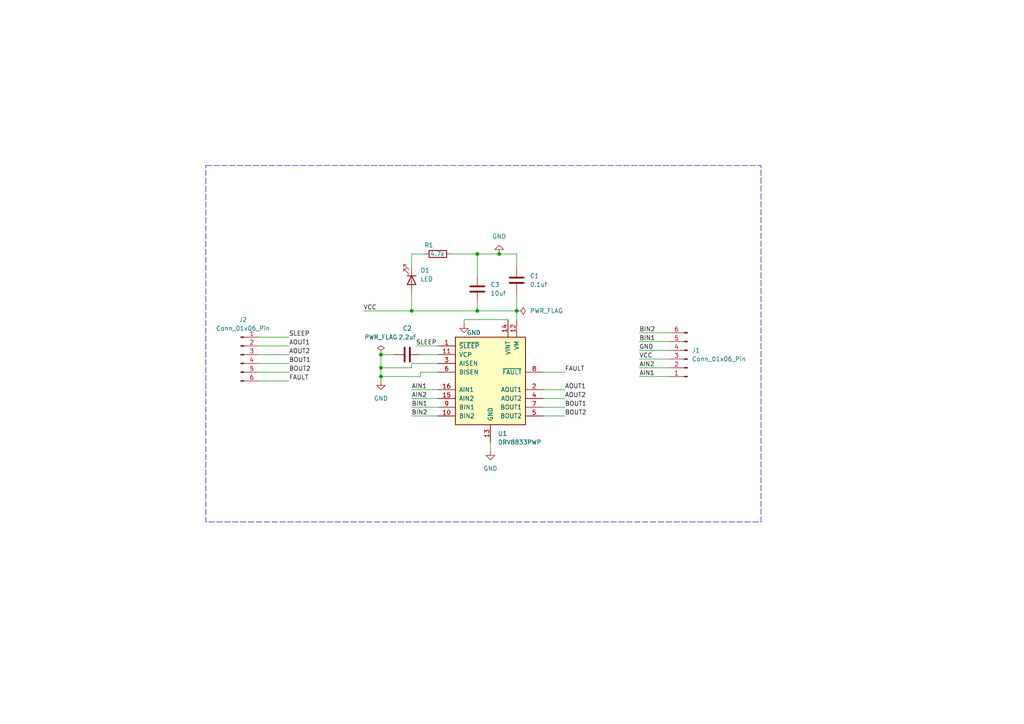
<source format=kicad_sch>
(kicad_sch (version 20250114) (generator "eeschema") (generator_version "9.0")
  (paper "A4")
  (title_block (title "MOTOR DRIVER WITH DRV8833") (company "Muhammad Hammad ur Rehman"))
  (lib_symbols
    (symbol "Connector:Conn_01x06_Pin" (pin_names (offset 1.016) (hide yes))
      (property "Reference" "J" (at 0 7.62 0))
      (property "Value" "Conn_01x06_Pin" (at 0 -10.16 0))
      (symbol "Conn_01x06_Pin_1_1"
        (rectangle (start 0.8636 5.207) (end 0 4.953) (stroke (width 0.1524)) (fill (type outline)))
        (rectangle (start 0.8636 2.667) (end 0 2.413) (stroke (width 0.1524)) (fill (type outline)))
        (rectangle (start 0.8636 0.127) (end 0 -0.127) (stroke (width 0.1524)) (fill (type outline)))
        (rectangle (start 0.8636 -2.413) (end 0 -2.667) (stroke (width 0.1524)) (fill (type outline)))
        (rectangle (start 0.8636 -4.953) (end 0 -5.207) (stroke (width 0.1524)) (fill (type outline)))
        (rectangle (start 0.8636 -7.493) (end 0 -7.747) (stroke (width 0.1524)) (fill (type outline)))
        (polyline (pts (xy 1.27 5.08) (xy 0.8636 5.08)) (stroke (width 0.1524)))
        (polyline (pts (xy 1.27 2.54) (xy 0.8636 2.54)) (stroke (width 0.1524)))
        (polyline (pts (xy 1.27 0) (xy 0.8636 0)) (stroke (width 0.1524)))
        (polyline (pts (xy 1.27 -2.54) (xy 0.8636 -2.54)) (stroke (width 0.1524)))
        (polyline (pts (xy 1.27 -5.08) (xy 0.8636 -5.08)) (stroke (width 0.1524)))
        (polyline (pts (xy 1.27 -7.62) (xy 0.8636 -7.62)) (stroke (width 0.1524)))
        (pin passive line (at 5.08 5.08 180) (length 3.81) (name "Pin_1") (number "1"))
        (pin passive line (at 5.08 2.54 180) (length 3.81) (name "Pin_2") (number "2"))
        (pin passive line (at 5.08 0 180) (length 3.81) (name "Pin_3") (number "3"))
        (pin passive line (at 5.08 -2.54 180) (length 3.81) (name "Pin_4") (number "4"))
        (pin passive line (at 5.08 -5.08 180) (length 3.81) (name "Pin_5") (number "5"))
        (pin passive line (at 5.08 -7.62 180) (length 3.81) (name "Pin_6") (number "6"))
      )
    )
    (symbol "Device:C" (pin_numbers (hide yes)) (pin_names (offset 0.254))
      (property "Reference" "C" (at 0.635 2.54 0))
      (property "Value" "C" (at 0.635 -2.54 0))
      (symbol "C_0_1"
        (polyline (pts (xy -2.032 0.762) (xy 2.032 0.762)) (stroke (width 0.508)))
        (polyline (pts (xy -2.032 -0.762) (xy 2.032 -0.762)) (stroke (width 0.508)))
      )
      (symbol "C_1_1"
        (pin passive line (at 0 3.81 270) (length 2.794) (name "~") (number "1"))
        (pin passive line (at 0 -3.81 90) (length 2.794) (name "~") (number "2"))
      )
    )
    (symbol "Device:LED" (pin_numbers (hide yes)) (pin_names (offset 1.016) (hide yes))
      (property "Reference" "D" (at 0 2.54 0))
      (property "Value" "LED" (at 0 -2.54 0))
      (symbol "LED_0_1"
        (polyline (pts (xy -3.048 -0.762) (xy -4.572 -2.286) (xy -3.81 -2.286) (xy -4.572 -2.286) (xy -4.572 -1.524)))
        (polyline (pts (xy -1.778 -0.762) (xy -3.302 -2.286) (xy -2.54 -2.286) (xy -3.302 -2.286) (xy -3.302 -1.524)))
        (polyline (pts (xy -1.27 0) (xy 1.27 0)))
        (polyline (pts (xy -1.27 -1.27) (xy -1.27 1.27)) (stroke (width 0.254)))
        (polyline (pts (xy 1.27 -1.27) (xy 1.27 1.27) (xy -1.27 0) (xy 1.27 -1.27)) (stroke (width 0.254)))
      )
      (symbol "LED_1_1"
        (pin passive line (at -3.81 0 0) (length 2.54) (name "K") (number "1"))
        (pin passive line (at 3.81 0 180) (length 2.54) (name "A") (number "2"))
      )
    )
    (symbol "Device:R" (pin_numbers (hide yes)) (pin_names (offset 0))
      (property "Reference" "R" (at 2.032 0 90))
      (property "Value" "R" (at 0 0 90))
      (symbol "R_0_1"
        (rectangle (start -1.016 -2.54) (end 1.016 2.54) (stroke (width 0.254)))
      )
      (symbol "R_1_1"
        (pin passive line (at 0 3.81 270) (length 1.27) (name "~") (number "1"))
        (pin passive line (at 0 -3.81 90) (length 1.27) (name "~") (number "2"))
      )
    )
    (symbol "Driver_Motor:DRV8833PWP" (pin_names (offset 1.016))
      (property "Reference" "U" (at -3.81 16.51 0))
      (property "Value" "DRV8833PWP" (at -3.81 13.97 0))
      (symbol "DRV8833PWP_0_1"
        (rectangle (start -10.16 12.7) (end 10.16 -12.7) (stroke (width 0.254)) (fill (type background)))
      )
      (symbol "DRV8833PWP_1_1"
        (pin input line (at -15.24 10.16 0) (length 5.08) (name "~{SLEEP}") (number "1"))
        (pin bidirectional line (at -15.24 7.62 0) (length 5.08) (name "VCP") (number "11"))
        (pin bidirectional line (at -15.24 5.08 0) (length 5.08) (name "AISEN") (number "3"))
        (pin bidirectional line (at -15.24 2.54 0) (length 5.08) (name "BISEN") (number "6"))
        (pin input line (at -15.24 -2.54 0) (length 5.08) (name "AIN1") (number "16"))
        (pin input line (at -15.24 -5.08 0) (length 5.08) (name "AIN2") (number "15"))
        (pin input line (at -15.24 -7.62 0) (length 5.08) (name "BIN1") (number "9"))
        (pin input line (at -15.24 -10.16 0) (length 5.08) (name "BIN2") (number "10"))
        (pin power_in line (at 0 -17.78 90) (length 5.08) (name "GND") (number "13"))
        (pin passive line (at 0 -17.78 90) (length 5.08) (hide yes) (name "GND") (number "17"))
        (pin power_in line (at 5.08 17.78 270) (length 5.08) (name "VINT") (number "14"))
        (pin power_in line (at 7.62 17.78 270) (length 5.08) (name "VM") (number "12"))
        (pin open_collector line (at 15.24 2.54 180) (length 5.08) (name "~{FAULT}") (number "8"))
        (pin power_out line (at 15.24 -2.54 180) (length 5.08) (name "AOUT1") (number "2"))
        (pin power_out line (at 15.24 -5.08 180) (length 5.08) (name "AOUT2") (number "4"))
        (pin power_out line (at 15.24 -7.62 180) (length 5.08) (name "BOUT1") (number "7"))
        (pin power_out line (at 15.24 -10.16 180) (length 5.08) (name "BOUT2") (number "5"))
      )
    )
    (symbol "power:GND" (power) (pin_numbers (hide yes)) (pin_names (offset 0) (hide yes))
      (property "Value" "GND" (at 0 -3.81 0))
      (symbol "GND_0_1"
        (polyline (pts (xy 0 0) (xy 0 -1.27) (xy 1.27 -1.27) (xy 0 -2.54) (xy -1.27 -1.27) (xy 0 -1.27)))
      )
      (symbol "GND_1_1"
        (pin power_in line (at 0 0 270) (length 0) (name "~") (number "1"))
      )
    )
    (symbol "power:PWR_FLAG" (power) (pin_numbers (hide yes)) (pin_names (offset 0) (hide yes))
      (property "Value" "PWR_FLAG" (at 0 3.81 0))
      (symbol "PWR_FLAG_0_0"
        (pin power_out line (at 0 0 90) (length 0) (name "~") (number "1"))
      )
      (symbol "PWR_FLAG_0_1"
        (polyline (pts (xy 0 0) (xy 0 1.27) (xy -1.016 1.905) (xy 0 2.54) (xy 1.016 1.905) (xy 0 1.27)))
      )
    )
  )
  (rectangle (start 59.69 48.006) (end 220.726 151.384) (stroke (width 0) (type dash)))
  (junction (at 110.49 102.87))
  (junction (at 144.78 73.66))
  (junction (at 110.49 106.68))
  (junction (at 110.49 109.22))
  (junction (at 138.43 73.66))
  (junction (at 138.43 90.17))
  (junction (at 119.38 90.17))
  (junction (at 149.86 90.17))
  (wire (pts (xy 138.43 87.63) (xy 138.43 90.17)))
  (wire (pts (xy 74.93 97.79) (xy 83.82 97.79)))
  (wire (pts (xy 157.48 115.57) (xy 163.83 115.57)))
  (wire (pts (xy 134.62 92.71) (xy 134.62 93.98)))
  (wire (pts (xy 147.32 92.71) (xy 134.62 92.71)))
  (wire (pts (xy 157.48 118.11) (xy 163.83 118.11)))
  (wire (pts (xy 74.93 105.41) (xy 83.82 105.41)))
  (wire (pts (xy 149.86 73.66) (xy 149.86 77.47)))
  (wire (pts (xy 110.49 106.68) (xy 110.49 109.22)))
  (wire (pts (xy 185.42 106.68) (xy 194.31 106.68)))
  (wire (pts (xy 110.49 102.87) (xy 110.49 106.68)))
  (wire (pts (xy 110.49 110.49) (xy 110.49 109.22)))
  (wire (pts (xy 121.92 107.95) (xy 121.92 109.22)))
  (wire (pts (xy 119.38 105.41) (xy 127 105.41)))
  (wire (pts (xy 157.48 107.95) (xy 163.83 107.95)))
  (wire (pts (xy 119.38 118.11) (xy 127 118.11)))
  (wire (pts (xy 119.38 73.66) (xy 123.19 73.66)))
  (wire (pts (xy 185.42 99.06) (xy 194.31 99.06)))
  (wire (pts (xy 149.86 90.17) (xy 149.86 92.71)))
  (wire (pts (xy 74.93 102.87) (xy 83.82 102.87)))
  (wire (pts (xy 185.42 96.52) (xy 194.31 96.52)))
  (wire (pts (xy 142.24 130.81) (xy 142.24 128.27)))
  (wire (pts (xy 185.42 109.22) (xy 194.31 109.22)))
  (wire (pts (xy 120.65 100.33) (xy 127 100.33)))
  (wire (pts (xy 119.38 85.09) (xy 119.38 90.17)))
  (wire (pts (xy 157.48 120.65) (xy 163.83 120.65)))
  (wire (pts (xy 144.78 73.66) (xy 149.86 73.66)))
  (wire (pts (xy 127 107.95) (xy 121.92 107.95)))
  (wire (pts (xy 119.38 115.57) (xy 127 115.57)))
  (wire (pts (xy 119.38 77.47) (xy 119.38 73.66)))
  (wire (pts (xy 74.93 110.49) (xy 83.82 110.49)))
  (wire (pts (xy 185.42 101.6) (xy 194.31 101.6)))
  (wire (pts (xy 149.86 85.09) (xy 149.86 90.17)))
  (wire (pts (xy 119.38 105.41) (xy 119.38 106.68)))
  (wire (pts (xy 119.38 120.65) (xy 127 120.65)))
  (wire (pts (xy 119.38 106.68) (xy 110.49 106.68)))
  (wire (pts (xy 130.81 73.66) (xy 138.43 73.66)))
  (wire (pts (xy 74.93 100.33) (xy 83.82 100.33)))
  (wire (pts (xy 138.43 90.17) (xy 149.86 90.17)))
  (wire (pts (xy 110.49 109.22) (xy 121.92 109.22)))
  (wire (pts (xy 121.92 102.87) (xy 127 102.87)))
  (wire (pts (xy 157.48 113.03) (xy 163.83 113.03)))
  (wire (pts (xy 138.43 80.01) (xy 138.43 73.66)))
  (wire (pts (xy 185.42 104.14) (xy 194.31 104.14)))
  (wire (pts (xy 105.41 90.17) (xy 119.38 90.17)))
  (wire (pts (xy 74.93 107.95) (xy 83.82 107.95)))
  (wire (pts (xy 138.43 73.66) (xy 144.78 73.66)))
  (wire (pts (xy 119.38 113.03) (xy 127 113.03)))
  (wire (pts (xy 114.3 102.87) (xy 110.49 102.87)))
  (wire (pts (xy 119.38 90.17) (xy 138.43 90.17)))
  (label "VCC" (at 185.42 104.14 0))
  (label "SLEEP" (at 120.65 100.33 0))
  (label "VCC" (at 105.41 90.17 0))
  (label "BIN1" (at 119.38 118.11 0))
  (label "BOUT1" (at 83.82 105.41 0))
  (label "BOUT2" (at 163.83 120.65 0))
  (label "BOUT1" (at 163.83 118.11 0))
  (label "GND" (at 185.42 101.6 0))
  (label "AOUT1" (at 83.82 100.33 0))
  (label "AOUT2" (at 83.82 102.87 0))
  (label "BIN2" (at 119.38 120.65 0))
  (label "BIN2" (at 185.42 96.52 0))
  (label "FAULT" (at 163.83 107.95 0))
  (label "AIN1" (at 119.38 113.03 0))
  (label "AOUT2" (at 163.83 115.57 0))
  (label "BOUT2" (at 83.82 107.95 0))
  (label "FAULT" (at 83.82 110.49 0))
  (label "BIN1" (at 185.42 99.06 0))
  (label "AOUT1" (at 163.83 113.03 0))
  (label "AIN2" (at 119.38 115.57 0))
  (label "SLEEP" (at 83.82 97.79 0))
  (label "AIN2" (at 185.42 106.68 0))
  (label "AIN1" (at 185.42 109.22 0))
  (symbol (lib_id "power:GND") (at 144.78 73.66 180) (unit 1)
    (property "Reference" "#PWR01" (effects (hide yes)))
    (property "Value" "GND" (at 144.78 68.58 0))
    (property "Description" "Power symbol creates a global label with name \"GND\" , ground" (effects (hide yes)))
  )
  (symbol (lib_id "Driver_Motor:DRV8833PWP") (at 142.24 110.49 0) (unit 1)
    (property "Reference" "U1" (at 144.3833 125.73 0) (effects (justify left)))
    (property "Value" "DRV8833PWP" (at 144.3833 128.27 0) (effects (justify left)))
    (property "Footprint" "Package_SO:HTSSOP-16-1EP_4.4x5mm_P0.65mm_EP3.4x5mm_Mask2.46x2.31mm_ThermalVias" (effects (hide yes)))
    (property "Datasheet" "http://www.ti.com/lit/ds/symlink/drv8833.pdf" (effects (hide yes)))
    (property "Description" "Dual H-Bridge Motor Driver, HTSSOP-16" (effects (hide yes)))
  )
  (symbol (lib_id "power:GND") (at 142.24 130.81 0) (unit 1)
    (property "Reference" "#PWR03" (effects (hide yes)))
    (property "Value" "GND" (at 142.24 135.89 0))
    (property "Description" "Power symbol creates a global label with name \"GND\" , ground" (effects (hide yes)))
  )
  (symbol (lib_id "power:PWR_FLAG") (at 110.49 102.87 0) (unit 1)
    (property "Reference" "#FLG01" (effects (hide yes)))
    (property "Value" "PWR_FLAG" (at 110.49 97.79 0))
    (property "Description" "Special symbol for telling ERC where power comes from" (effects (hide yes)))
  )
  (symbol (lib_id "Connector:Conn_01x06_Pin") (at 69.85 102.87 0) (unit 1)
    (property "Reference" "J2" (at 70.485 92.71 0))
    (property "Value" "Conn_01x06_Pin" (at 70.485 95.25 0))
    (property "Footprint" "Connector_PinHeader_2.54mm:PinHeader_1x06_P2.54mm_Vertical" (effects (hide yes)))
    (property "Description" "Generic connector, single row, 01x06, script generated" (effects (hide yes)))
  )
  (symbol (lib_id "Device:C") (at 149.86 81.28 0) (unit 1)
    (property "Reference" "C1" (at 153.67 80.0099 0) (effects (justify left)))
    (property "Value" "0.1uf" (at 153.67 82.5499 0) (effects (justify left)))
    (property "Footprint" "Capacitor_SMD:C_0805_2012Metric" (effects (hide yes)))
    (property "Description" "Unpolarized capacitor" (effects (hide yes)))
  )
  (symbol (lib_id "power:GND") (at 110.49 110.49 0) (unit 1)
    (property "Reference" "#PWR02" (effects (hide yes)))
    (property "Value" "GND" (at 110.49 115.57 0))
    (property "Description" "Power symbol creates a global label with name \"GND\" , ground" (effects (hide yes)))
  )
  (symbol (lib_id "Device:C") (at 138.43 83.82 0) (unit 1)
    (property "Reference" "C3" (at 142.24 82.5499 0) (effects (justify left)))
    (property "Value" "10uf" (at 142.24 85.0899 0) (effects (justify left)))
    (property "Footprint" "Capacitor_Tantalum_SMD:CP_EIA-6032-20_AVX-F" (effects (hide yes)))
    (property "Description" "Unpolarized capacitor" (effects (hide yes)))
  )
  (symbol (lib_id "Device:LED") (at 119.38 81.28 270) (unit 1)
    (property "Reference" "D1" (at 121.92 78.4224 90) (effects (justify left)))
    (property "Value" "LED" (at 121.92 80.9624 90) (effects (justify left)))
    (property "Footprint" "LED_SMD:LED_0805_2012Metric" (effects (hide yes)))
    (property "Description" "Light emitting diode" (effects (hide yes)))
    (property "Sim.Pins" "1=K 2=A" (effects (hide yes)))
  )
  (symbol (lib_id "Connector:Conn_01x06_Pin") (at 199.39 104.14 180) (unit 1)
    (property "Reference" "J1" (at 200.66 101.5999 0) (effects (justify right)))
    (property "Value" "Conn_01x06_Pin" (at 200.66 104.1399 0) (effects (justify right)))
    (property "Footprint" "Connector_PinHeader_2.54mm:PinHeader_1x06_P2.54mm_Vertical" (effects (hide yes)))
    (property "Description" "Generic connector, single row, 01x06, script generated" (effects (hide yes)))
  )
  (symbol (lib_id "Device:R") (at 127 73.66 90) (unit 1)
    (property "Reference" "R1" (at 125.7299 71.12 90) (effects (justify left)))
    (property "Value" "4.7k" (at 129.032 73.66 90) (effects (justify left)))
    (property "Footprint" "Resistor_SMD:R_0805_2012Metric" (effects (hide yes)))
    (property "Description" "Resistor" (effects (hide yes)))
  )
  (symbol (lib_id "power:PWR_FLAG") (at 149.86 90.17 270) (unit 1)
    (property "Reference" "#FLG02" (effects (hide yes)))
    (property "Value" "PWR_FLAG" (at 153.67 90.1699 90) (effects (justify left)))
    (property "Description" "Special symbol for telling ERC where power comes from" (effects (hide yes)))
  )
  (symbol (lib_id "Device:C") (at 118.11 102.87 90) (unit 1)
    (property "Reference" "C2" (at 118.11 95.25 90))
    (property "Value" "2.2uf" (at 118.11 97.79 90))
    (property "Footprint" "Capacitor_SMD:C_0805_2012Metric" (effects (hide yes)))
    (property "Description" "Unpolarized capacitor" (effects (hide yes)))
  )
  (symbol (lib_id "power:GND") (at 134.62 93.98 0) (unit 1)
    (property "Reference" "#PWR04" (effects (hide yes)))
    (property "Value" "GND" (at 137.414 96.52 0))
    (property "Description" "Power symbol creates a global label with name \"GND\" , ground" (effects (hide yes)))
  )
)
</source>
